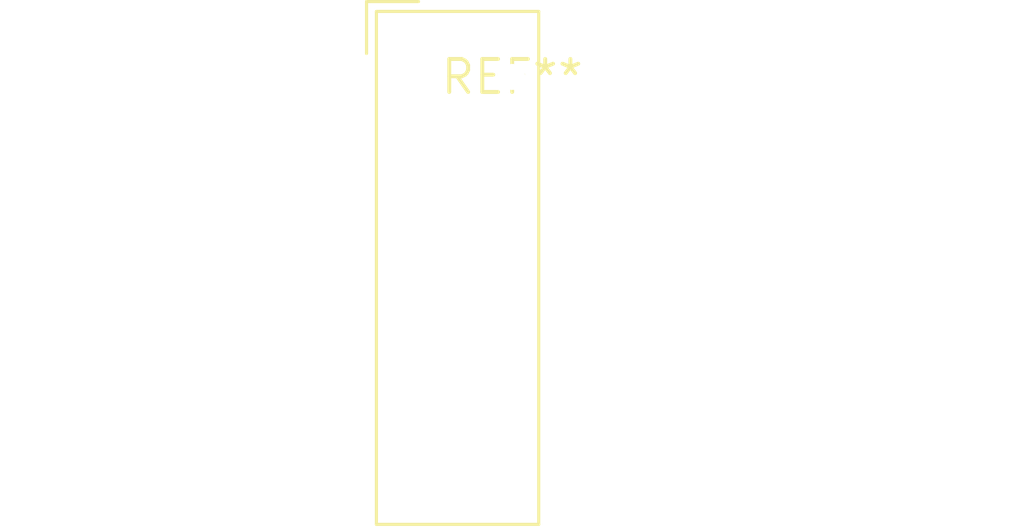
<source format=kicad_pcb>
(kicad_pcb (version 20240108) (generator pcbnew)
  (layers (0 "F.Cu" signal) (31 "B.Cu" signal) (34 "B.Paste" user) (35 "F.Paste" user) (36 "B.SilkS" user "B.Silkscreen") (37 "F.SilkS" user "F.Silkscreen") (38 "B.Mask" user) (39 "F.Mask" user) (44 "Edge.Cuts" user))
  (net 0 "")
  (footprint "Converter_DCDC_TRACO_TEA1-xxxxHI_THT" (layer "F.Cu") (at 0 0)
    (property "Reference" "REF**")
    (property "Value" "Converter_DCDC_TRACO_TEA1-xxxxHI_THT")
    (fp_line (start -5.6 -2.9) (end -3.6 -2.9) (layer "F.SilkS") (stroke (width 0.12)))
    (fp_line (start -5.6 -0.9) (end -5.6 -2.9) (layer "F.SilkS") (stroke (width 0.12)))
    (fp_line (start -5.22 -2.52) (end -5.22 17.22) (layer "F.SilkS") (stroke (width 0.12)))
    (fp_line (start -5.22 -2.52) (end 1.02 -2.52) (layer "F.SilkS") (stroke (width 0.12)))
    (fp_line (start -5.22 17.22) (end 1.02 17.22) (layer "F.SilkS") (stroke (width 0.12)))
    (fp_line (start 1.02 -2.52) (end 1.02 17.22) (layer "F.SilkS") (stroke (width 0.12)))
    (pad "1" thru_hole rect (at 0 0) (size 1.5 1.5) (drill 1) (layers *.Cu *.Mask) (remove_unused_layers))
    (pad "2" thru_hole circle (at 0 2.54) (size 1.5 1.5) (drill 1) (layers *.Cu *.Mask) (remove_unused_layers))
    (pad "5" thru_hole circle (at 0 10.16) (size 1.5 1.5) (drill 1) (layers *.Cu *.Mask) (remove_unused_layers))
    (pad "7" thru_hole circle (at 0 15.24) (size 1.5 1.5) (drill 1) (layers *.Cu *.Mask) (remove_unused_layers))
  )
)
</source>
